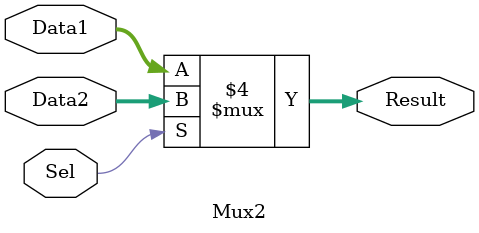
<source format=v>
`timescale 1ns / 1ps


module Mux2(
    input [7:0] Data1,
    input [7:0] Data2,
    input Sel, 
    output reg [7:0] Result
    );

    always @(Data1 or Data2 or Sel) begin
        if (Sel == 0)
            Result = Data1;
        else 
            Result = Data2;
    end

endmodule

</source>
